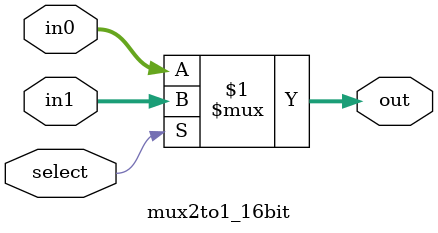
<source format=v>
module mux2to1_16bit(out, in0, in1, select);
  output [15:0] out;
  input  [15:0] in0;
  input  [15:0] in1;
  input select;

  assign out = select ? in1 : in0;


endmodule

</source>
